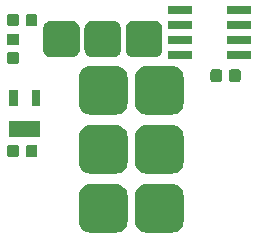
<source format=gbr>
G04 #@! TF.GenerationSoftware,KiCad,Pcbnew,5.1.4*
G04 #@! TF.CreationDate,2020-01-07T12:57:50-05:00*
G04 #@! TF.ProjectId,siot-node-current-clamp,73696f74-2d6e-46f6-9465-2d6375727265,rev?*
G04 #@! TF.SameCoordinates,Original*
G04 #@! TF.FileFunction,Soldermask,Top*
G04 #@! TF.FilePolarity,Negative*
%FSLAX46Y46*%
G04 Gerber Fmt 4.6, Leading zero omitted, Abs format (unit mm)*
G04 Created by KiCad (PCBNEW 5.1.4) date 2020-01-07 12:57:50*
%MOMM*%
%LPD*%
G04 APERTURE LIST*
%ADD10C,0.100000*%
G04 APERTURE END LIST*
D10*
G36*
X122005752Y-66673097D02*
G01*
X122186295Y-66727864D01*
X122352677Y-66816797D01*
X122498516Y-66936484D01*
X122618203Y-67082323D01*
X122707136Y-67248705D01*
X122761903Y-67429248D01*
X122781000Y-67623140D01*
X122781000Y-69786860D01*
X122761903Y-69980752D01*
X122707136Y-70161295D01*
X122618203Y-70327677D01*
X122498516Y-70473516D01*
X122352677Y-70593203D01*
X122186295Y-70682136D01*
X122005752Y-70736903D01*
X121811860Y-70756000D01*
X119648140Y-70756000D01*
X119454248Y-70736903D01*
X119273705Y-70682136D01*
X119107323Y-70593203D01*
X118961484Y-70473516D01*
X118841797Y-70327677D01*
X118752864Y-70161295D01*
X118698097Y-69980752D01*
X118679000Y-69786860D01*
X118679000Y-67623140D01*
X118698097Y-67429248D01*
X118752864Y-67248705D01*
X118841797Y-67082323D01*
X118961484Y-66936484D01*
X119107323Y-66816797D01*
X119273705Y-66727864D01*
X119454248Y-66673097D01*
X119648140Y-66654000D01*
X121811860Y-66654000D01*
X122005752Y-66673097D01*
X122005752Y-66673097D01*
G37*
G36*
X117255752Y-66673097D02*
G01*
X117436295Y-66727864D01*
X117602677Y-66816797D01*
X117748516Y-66936484D01*
X117868203Y-67082323D01*
X117957136Y-67248705D01*
X118011903Y-67429248D01*
X118031000Y-67623140D01*
X118031000Y-69786860D01*
X118011903Y-69980752D01*
X117957136Y-70161295D01*
X117868203Y-70327677D01*
X117748516Y-70473516D01*
X117602677Y-70593203D01*
X117436295Y-70682136D01*
X117255752Y-70736903D01*
X117061860Y-70756000D01*
X114898140Y-70756000D01*
X114704248Y-70736903D01*
X114523705Y-70682136D01*
X114357323Y-70593203D01*
X114211484Y-70473516D01*
X114091797Y-70327677D01*
X114002864Y-70161295D01*
X113948097Y-69980752D01*
X113929000Y-69786860D01*
X113929000Y-67623140D01*
X113948097Y-67429248D01*
X114002864Y-67248705D01*
X114091797Y-67082323D01*
X114211484Y-66936484D01*
X114357323Y-66816797D01*
X114523705Y-66727864D01*
X114704248Y-66673097D01*
X114898140Y-66654000D01*
X117061860Y-66654000D01*
X117255752Y-66673097D01*
X117255752Y-66673097D01*
G37*
G36*
X122005752Y-61673097D02*
G01*
X122186295Y-61727864D01*
X122352677Y-61816797D01*
X122498516Y-61936484D01*
X122618203Y-62082323D01*
X122707136Y-62248705D01*
X122761903Y-62429248D01*
X122781000Y-62623140D01*
X122781000Y-64786860D01*
X122761903Y-64980752D01*
X122707136Y-65161295D01*
X122618203Y-65327677D01*
X122498516Y-65473516D01*
X122352677Y-65593203D01*
X122186295Y-65682136D01*
X122005752Y-65736903D01*
X121811860Y-65756000D01*
X119648140Y-65756000D01*
X119454248Y-65736903D01*
X119273705Y-65682136D01*
X119107323Y-65593203D01*
X118961484Y-65473516D01*
X118841797Y-65327677D01*
X118752864Y-65161295D01*
X118698097Y-64980752D01*
X118679000Y-64786860D01*
X118679000Y-62623140D01*
X118698097Y-62429248D01*
X118752864Y-62248705D01*
X118841797Y-62082323D01*
X118961484Y-61936484D01*
X119107323Y-61816797D01*
X119273705Y-61727864D01*
X119454248Y-61673097D01*
X119648140Y-61654000D01*
X121811860Y-61654000D01*
X122005752Y-61673097D01*
X122005752Y-61673097D01*
G37*
G36*
X117255752Y-61673097D02*
G01*
X117436295Y-61727864D01*
X117602677Y-61816797D01*
X117748516Y-61936484D01*
X117868203Y-62082323D01*
X117957136Y-62248705D01*
X118011903Y-62429248D01*
X118031000Y-62623140D01*
X118031000Y-64786860D01*
X118011903Y-64980752D01*
X117957136Y-65161295D01*
X117868203Y-65327677D01*
X117748516Y-65473516D01*
X117602677Y-65593203D01*
X117436295Y-65682136D01*
X117255752Y-65736903D01*
X117061860Y-65756000D01*
X114898140Y-65756000D01*
X114704248Y-65736903D01*
X114523705Y-65682136D01*
X114357323Y-65593203D01*
X114211484Y-65473516D01*
X114091797Y-65327677D01*
X114002864Y-65161295D01*
X113948097Y-64980752D01*
X113929000Y-64786860D01*
X113929000Y-62623140D01*
X113948097Y-62429248D01*
X114002864Y-62248705D01*
X114091797Y-62082323D01*
X114211484Y-61936484D01*
X114357323Y-61816797D01*
X114523705Y-61727864D01*
X114704248Y-61673097D01*
X114898140Y-61654000D01*
X117061860Y-61654000D01*
X117255752Y-61673097D01*
X117255752Y-61673097D01*
G37*
G36*
X110259591Y-63333085D02*
G01*
X110293569Y-63343393D01*
X110324890Y-63360134D01*
X110352339Y-63382661D01*
X110374866Y-63410110D01*
X110391607Y-63441431D01*
X110401915Y-63475409D01*
X110406000Y-63516890D01*
X110406000Y-64193110D01*
X110401915Y-64234591D01*
X110391607Y-64268569D01*
X110374866Y-64299890D01*
X110352339Y-64327339D01*
X110324890Y-64349866D01*
X110293569Y-64366607D01*
X110259591Y-64376915D01*
X110218110Y-64381000D01*
X109616890Y-64381000D01*
X109575409Y-64376915D01*
X109541431Y-64366607D01*
X109510110Y-64349866D01*
X109482661Y-64327339D01*
X109460134Y-64299890D01*
X109443393Y-64268569D01*
X109433085Y-64234591D01*
X109429000Y-64193110D01*
X109429000Y-63516890D01*
X109433085Y-63475409D01*
X109443393Y-63441431D01*
X109460134Y-63410110D01*
X109482661Y-63382661D01*
X109510110Y-63360134D01*
X109541431Y-63343393D01*
X109575409Y-63333085D01*
X109616890Y-63329000D01*
X110218110Y-63329000D01*
X110259591Y-63333085D01*
X110259591Y-63333085D01*
G37*
G36*
X108684591Y-63333085D02*
G01*
X108718569Y-63343393D01*
X108749890Y-63360134D01*
X108777339Y-63382661D01*
X108799866Y-63410110D01*
X108816607Y-63441431D01*
X108826915Y-63475409D01*
X108831000Y-63516890D01*
X108831000Y-64193110D01*
X108826915Y-64234591D01*
X108816607Y-64268569D01*
X108799866Y-64299890D01*
X108777339Y-64327339D01*
X108749890Y-64349866D01*
X108718569Y-64366607D01*
X108684591Y-64376915D01*
X108643110Y-64381000D01*
X108041890Y-64381000D01*
X108000409Y-64376915D01*
X107966431Y-64366607D01*
X107935110Y-64349866D01*
X107907661Y-64327339D01*
X107885134Y-64299890D01*
X107868393Y-64268569D01*
X107858085Y-64234591D01*
X107854000Y-64193110D01*
X107854000Y-63516890D01*
X107858085Y-63475409D01*
X107868393Y-63441431D01*
X107885134Y-63410110D01*
X107907661Y-63382661D01*
X107935110Y-63360134D01*
X107966431Y-63343393D01*
X108000409Y-63333085D01*
X108041890Y-63329000D01*
X108643110Y-63329000D01*
X108684591Y-63333085D01*
X108684591Y-63333085D01*
G37*
G36*
X110656000Y-62626000D02*
G01*
X108004000Y-62626000D01*
X108004000Y-61304000D01*
X110656000Y-61304000D01*
X110656000Y-62626000D01*
X110656000Y-62626000D01*
G37*
G36*
X117255752Y-56673097D02*
G01*
X117436295Y-56727864D01*
X117602677Y-56816797D01*
X117748516Y-56936484D01*
X117868203Y-57082323D01*
X117957136Y-57248705D01*
X118011903Y-57429248D01*
X118031000Y-57623140D01*
X118031000Y-59786860D01*
X118011903Y-59980752D01*
X117957136Y-60161295D01*
X117868203Y-60327677D01*
X117748516Y-60473516D01*
X117602677Y-60593203D01*
X117436295Y-60682136D01*
X117255752Y-60736903D01*
X117061860Y-60756000D01*
X114898140Y-60756000D01*
X114704248Y-60736903D01*
X114523705Y-60682136D01*
X114357323Y-60593203D01*
X114211484Y-60473516D01*
X114091797Y-60327677D01*
X114002864Y-60161295D01*
X113948097Y-59980752D01*
X113929000Y-59786860D01*
X113929000Y-57623140D01*
X113948097Y-57429248D01*
X114002864Y-57248705D01*
X114091797Y-57082323D01*
X114211484Y-56936484D01*
X114357323Y-56816797D01*
X114523705Y-56727864D01*
X114704248Y-56673097D01*
X114898140Y-56654000D01*
X117061860Y-56654000D01*
X117255752Y-56673097D01*
X117255752Y-56673097D01*
G37*
G36*
X122005752Y-56673097D02*
G01*
X122186295Y-56727864D01*
X122352677Y-56816797D01*
X122498516Y-56936484D01*
X122618203Y-57082323D01*
X122707136Y-57248705D01*
X122761903Y-57429248D01*
X122781000Y-57623140D01*
X122781000Y-59786860D01*
X122761903Y-59980752D01*
X122707136Y-60161295D01*
X122618203Y-60327677D01*
X122498516Y-60473516D01*
X122352677Y-60593203D01*
X122186295Y-60682136D01*
X122005752Y-60736903D01*
X121811860Y-60756000D01*
X119648140Y-60756000D01*
X119454248Y-60736903D01*
X119273705Y-60682136D01*
X119107323Y-60593203D01*
X118961484Y-60473516D01*
X118841797Y-60327677D01*
X118752864Y-60161295D01*
X118698097Y-59980752D01*
X118679000Y-59786860D01*
X118679000Y-57623140D01*
X118698097Y-57429248D01*
X118752864Y-57248705D01*
X118841797Y-57082323D01*
X118961484Y-56936484D01*
X119107323Y-56816797D01*
X119273705Y-56727864D01*
X119454248Y-56673097D01*
X119648140Y-56654000D01*
X121811860Y-56654000D01*
X122005752Y-56673097D01*
X122005752Y-56673097D01*
G37*
G36*
X108756000Y-60006000D02*
G01*
X108004000Y-60006000D01*
X108004000Y-58684000D01*
X108756000Y-58684000D01*
X108756000Y-60006000D01*
X108756000Y-60006000D01*
G37*
G36*
X110656000Y-60006000D02*
G01*
X109904000Y-60006000D01*
X109904000Y-58684000D01*
X110656000Y-58684000D01*
X110656000Y-60006000D01*
X110656000Y-60006000D01*
G37*
G36*
X127459591Y-56933085D02*
G01*
X127493569Y-56943393D01*
X127524890Y-56960134D01*
X127552339Y-56982661D01*
X127574866Y-57010110D01*
X127591607Y-57041431D01*
X127601915Y-57075409D01*
X127606000Y-57116890D01*
X127606000Y-57793110D01*
X127601915Y-57834591D01*
X127591607Y-57868569D01*
X127574866Y-57899890D01*
X127552339Y-57927339D01*
X127524890Y-57949866D01*
X127493569Y-57966607D01*
X127459591Y-57976915D01*
X127418110Y-57981000D01*
X126816890Y-57981000D01*
X126775409Y-57976915D01*
X126741431Y-57966607D01*
X126710110Y-57949866D01*
X126682661Y-57927339D01*
X126660134Y-57899890D01*
X126643393Y-57868569D01*
X126633085Y-57834591D01*
X126629000Y-57793110D01*
X126629000Y-57116890D01*
X126633085Y-57075409D01*
X126643393Y-57041431D01*
X126660134Y-57010110D01*
X126682661Y-56982661D01*
X126710110Y-56960134D01*
X126741431Y-56943393D01*
X126775409Y-56933085D01*
X126816890Y-56929000D01*
X127418110Y-56929000D01*
X127459591Y-56933085D01*
X127459591Y-56933085D01*
G37*
G36*
X125884591Y-56933085D02*
G01*
X125918569Y-56943393D01*
X125949890Y-56960134D01*
X125977339Y-56982661D01*
X125999866Y-57010110D01*
X126016607Y-57041431D01*
X126026915Y-57075409D01*
X126031000Y-57116890D01*
X126031000Y-57793110D01*
X126026915Y-57834591D01*
X126016607Y-57868569D01*
X125999866Y-57899890D01*
X125977339Y-57927339D01*
X125949890Y-57949866D01*
X125918569Y-57966607D01*
X125884591Y-57976915D01*
X125843110Y-57981000D01*
X125241890Y-57981000D01*
X125200409Y-57976915D01*
X125166431Y-57966607D01*
X125135110Y-57949866D01*
X125107661Y-57927339D01*
X125085134Y-57899890D01*
X125068393Y-57868569D01*
X125058085Y-57834591D01*
X125054000Y-57793110D01*
X125054000Y-57116890D01*
X125058085Y-57075409D01*
X125068393Y-57041431D01*
X125085134Y-57010110D01*
X125107661Y-56982661D01*
X125135110Y-56960134D01*
X125166431Y-56943393D01*
X125200409Y-56933085D01*
X125241890Y-56929000D01*
X125843110Y-56929000D01*
X125884591Y-56933085D01*
X125884591Y-56933085D01*
G37*
G36*
X108709591Y-55470585D02*
G01*
X108743569Y-55480893D01*
X108774890Y-55497634D01*
X108802339Y-55520161D01*
X108824866Y-55547610D01*
X108841607Y-55578931D01*
X108851915Y-55612909D01*
X108856000Y-55654390D01*
X108856000Y-56255610D01*
X108851915Y-56297091D01*
X108841607Y-56331069D01*
X108824866Y-56362390D01*
X108802339Y-56389839D01*
X108774890Y-56412366D01*
X108743569Y-56429107D01*
X108709591Y-56439415D01*
X108668110Y-56443500D01*
X107991890Y-56443500D01*
X107950409Y-56439415D01*
X107916431Y-56429107D01*
X107885110Y-56412366D01*
X107857661Y-56389839D01*
X107835134Y-56362390D01*
X107818393Y-56331069D01*
X107808085Y-56297091D01*
X107804000Y-56255610D01*
X107804000Y-55654390D01*
X107808085Y-55612909D01*
X107818393Y-55578931D01*
X107835134Y-55547610D01*
X107857661Y-55520161D01*
X107885110Y-55497634D01*
X107916431Y-55480893D01*
X107950409Y-55470585D01*
X107991890Y-55466500D01*
X108668110Y-55466500D01*
X108709591Y-55470585D01*
X108709591Y-55470585D01*
G37*
G36*
X128389928Y-55361764D02*
G01*
X128411009Y-55368160D01*
X128430445Y-55378548D01*
X128447476Y-55392524D01*
X128461452Y-55409555D01*
X128471840Y-55428991D01*
X128478236Y-55450072D01*
X128481000Y-55478140D01*
X128481000Y-55941860D01*
X128478236Y-55969928D01*
X128471840Y-55991009D01*
X128461452Y-56010445D01*
X128447476Y-56027476D01*
X128430445Y-56041452D01*
X128411009Y-56051840D01*
X128389928Y-56058236D01*
X128361860Y-56061000D01*
X126548140Y-56061000D01*
X126520072Y-56058236D01*
X126498991Y-56051840D01*
X126479555Y-56041452D01*
X126462524Y-56027476D01*
X126448548Y-56010445D01*
X126438160Y-55991009D01*
X126431764Y-55969928D01*
X126429000Y-55941860D01*
X126429000Y-55478140D01*
X126431764Y-55450072D01*
X126438160Y-55428991D01*
X126448548Y-55409555D01*
X126462524Y-55392524D01*
X126479555Y-55378548D01*
X126498991Y-55368160D01*
X126520072Y-55361764D01*
X126548140Y-55359000D01*
X128361860Y-55359000D01*
X128389928Y-55361764D01*
X128389928Y-55361764D01*
G37*
G36*
X123439928Y-55361764D02*
G01*
X123461009Y-55368160D01*
X123480445Y-55378548D01*
X123497476Y-55392524D01*
X123511452Y-55409555D01*
X123521840Y-55428991D01*
X123528236Y-55450072D01*
X123531000Y-55478140D01*
X123531000Y-55941860D01*
X123528236Y-55969928D01*
X123521840Y-55991009D01*
X123511452Y-56010445D01*
X123497476Y-56027476D01*
X123480445Y-56041452D01*
X123461009Y-56051840D01*
X123439928Y-56058236D01*
X123411860Y-56061000D01*
X121598140Y-56061000D01*
X121570072Y-56058236D01*
X121548991Y-56051840D01*
X121529555Y-56041452D01*
X121512524Y-56027476D01*
X121498548Y-56010445D01*
X121488160Y-55991009D01*
X121481764Y-55969928D01*
X121479000Y-55941860D01*
X121479000Y-55478140D01*
X121481764Y-55450072D01*
X121488160Y-55428991D01*
X121498548Y-55409555D01*
X121512524Y-55392524D01*
X121529555Y-55378548D01*
X121548991Y-55368160D01*
X121570072Y-55361764D01*
X121598140Y-55359000D01*
X123411860Y-55359000D01*
X123439928Y-55361764D01*
X123439928Y-55361764D01*
G37*
G36*
X120406979Y-52818293D02*
G01*
X120540625Y-52858834D01*
X120663784Y-52924664D01*
X120771740Y-53013260D01*
X120860336Y-53121216D01*
X120926166Y-53244375D01*
X120966707Y-53378021D01*
X120981000Y-53523140D01*
X120981000Y-55186860D01*
X120966707Y-55331979D01*
X120926166Y-55465625D01*
X120860336Y-55588784D01*
X120771740Y-55696740D01*
X120663784Y-55785336D01*
X120540625Y-55851166D01*
X120406979Y-55891707D01*
X120261860Y-55906000D01*
X118598140Y-55906000D01*
X118453021Y-55891707D01*
X118319375Y-55851166D01*
X118196216Y-55785336D01*
X118088260Y-55696740D01*
X117999664Y-55588784D01*
X117933834Y-55465625D01*
X117893293Y-55331979D01*
X117879000Y-55186860D01*
X117879000Y-53523140D01*
X117893293Y-53378021D01*
X117933834Y-53244375D01*
X117999664Y-53121216D01*
X118088260Y-53013260D01*
X118196216Y-52924664D01*
X118319375Y-52858834D01*
X118453021Y-52818293D01*
X118598140Y-52804000D01*
X120261860Y-52804000D01*
X120406979Y-52818293D01*
X120406979Y-52818293D01*
G37*
G36*
X116906979Y-52818293D02*
G01*
X117040625Y-52858834D01*
X117163784Y-52924664D01*
X117271740Y-53013260D01*
X117360336Y-53121216D01*
X117426166Y-53244375D01*
X117466707Y-53378021D01*
X117481000Y-53523140D01*
X117481000Y-55186860D01*
X117466707Y-55331979D01*
X117426166Y-55465625D01*
X117360336Y-55588784D01*
X117271740Y-55696740D01*
X117163784Y-55785336D01*
X117040625Y-55851166D01*
X116906979Y-55891707D01*
X116761860Y-55906000D01*
X115098140Y-55906000D01*
X114953021Y-55891707D01*
X114819375Y-55851166D01*
X114696216Y-55785336D01*
X114588260Y-55696740D01*
X114499664Y-55588784D01*
X114433834Y-55465625D01*
X114393293Y-55331979D01*
X114379000Y-55186860D01*
X114379000Y-53523140D01*
X114393293Y-53378021D01*
X114433834Y-53244375D01*
X114499664Y-53121216D01*
X114588260Y-53013260D01*
X114696216Y-52924664D01*
X114819375Y-52858834D01*
X114953021Y-52818293D01*
X115098140Y-52804000D01*
X116761860Y-52804000D01*
X116906979Y-52818293D01*
X116906979Y-52818293D01*
G37*
G36*
X113406979Y-52818293D02*
G01*
X113540625Y-52858834D01*
X113663784Y-52924664D01*
X113771740Y-53013260D01*
X113860336Y-53121216D01*
X113926166Y-53244375D01*
X113966707Y-53378021D01*
X113981000Y-53523140D01*
X113981000Y-55186860D01*
X113966707Y-55331979D01*
X113926166Y-55465625D01*
X113860336Y-55588784D01*
X113771740Y-55696740D01*
X113663784Y-55785336D01*
X113540625Y-55851166D01*
X113406979Y-55891707D01*
X113261860Y-55906000D01*
X111598140Y-55906000D01*
X111453021Y-55891707D01*
X111319375Y-55851166D01*
X111196216Y-55785336D01*
X111088260Y-55696740D01*
X110999664Y-55588784D01*
X110933834Y-55465625D01*
X110893293Y-55331979D01*
X110879000Y-55186860D01*
X110879000Y-53523140D01*
X110893293Y-53378021D01*
X110933834Y-53244375D01*
X110999664Y-53121216D01*
X111088260Y-53013260D01*
X111196216Y-52924664D01*
X111319375Y-52858834D01*
X111453021Y-52818293D01*
X111598140Y-52804000D01*
X113261860Y-52804000D01*
X113406979Y-52818293D01*
X113406979Y-52818293D01*
G37*
G36*
X108709591Y-53895585D02*
G01*
X108743569Y-53905893D01*
X108774890Y-53922634D01*
X108802339Y-53945161D01*
X108824866Y-53972610D01*
X108841607Y-54003931D01*
X108851915Y-54037909D01*
X108856000Y-54079390D01*
X108856000Y-54680610D01*
X108851915Y-54722091D01*
X108841607Y-54756069D01*
X108824866Y-54787390D01*
X108802339Y-54814839D01*
X108774890Y-54837366D01*
X108743569Y-54854107D01*
X108709591Y-54864415D01*
X108668110Y-54868500D01*
X107991890Y-54868500D01*
X107950409Y-54864415D01*
X107916431Y-54854107D01*
X107885110Y-54837366D01*
X107857661Y-54814839D01*
X107835134Y-54787390D01*
X107818393Y-54756069D01*
X107808085Y-54722091D01*
X107804000Y-54680610D01*
X107804000Y-54079390D01*
X107808085Y-54037909D01*
X107818393Y-54003931D01*
X107835134Y-53972610D01*
X107857661Y-53945161D01*
X107885110Y-53922634D01*
X107916431Y-53905893D01*
X107950409Y-53895585D01*
X107991890Y-53891500D01*
X108668110Y-53891500D01*
X108709591Y-53895585D01*
X108709591Y-53895585D01*
G37*
G36*
X123439928Y-54091764D02*
G01*
X123461009Y-54098160D01*
X123480445Y-54108548D01*
X123497476Y-54122524D01*
X123511452Y-54139555D01*
X123521840Y-54158991D01*
X123528236Y-54180072D01*
X123531000Y-54208140D01*
X123531000Y-54671860D01*
X123528236Y-54699928D01*
X123521840Y-54721009D01*
X123511452Y-54740445D01*
X123497476Y-54757476D01*
X123480445Y-54771452D01*
X123461009Y-54781840D01*
X123439928Y-54788236D01*
X123411860Y-54791000D01*
X121598140Y-54791000D01*
X121570072Y-54788236D01*
X121548991Y-54781840D01*
X121529555Y-54771452D01*
X121512524Y-54757476D01*
X121498548Y-54740445D01*
X121488160Y-54721009D01*
X121481764Y-54699928D01*
X121479000Y-54671860D01*
X121479000Y-54208140D01*
X121481764Y-54180072D01*
X121488160Y-54158991D01*
X121498548Y-54139555D01*
X121512524Y-54122524D01*
X121529555Y-54108548D01*
X121548991Y-54098160D01*
X121570072Y-54091764D01*
X121598140Y-54089000D01*
X123411860Y-54089000D01*
X123439928Y-54091764D01*
X123439928Y-54091764D01*
G37*
G36*
X128389928Y-54091764D02*
G01*
X128411009Y-54098160D01*
X128430445Y-54108548D01*
X128447476Y-54122524D01*
X128461452Y-54139555D01*
X128471840Y-54158991D01*
X128478236Y-54180072D01*
X128481000Y-54208140D01*
X128481000Y-54671860D01*
X128478236Y-54699928D01*
X128471840Y-54721009D01*
X128461452Y-54740445D01*
X128447476Y-54757476D01*
X128430445Y-54771452D01*
X128411009Y-54781840D01*
X128389928Y-54788236D01*
X128361860Y-54791000D01*
X126548140Y-54791000D01*
X126520072Y-54788236D01*
X126498991Y-54781840D01*
X126479555Y-54771452D01*
X126462524Y-54757476D01*
X126448548Y-54740445D01*
X126438160Y-54721009D01*
X126431764Y-54699928D01*
X126429000Y-54671860D01*
X126429000Y-54208140D01*
X126431764Y-54180072D01*
X126438160Y-54158991D01*
X126448548Y-54139555D01*
X126462524Y-54122524D01*
X126479555Y-54108548D01*
X126498991Y-54098160D01*
X126520072Y-54091764D01*
X126548140Y-54089000D01*
X128361860Y-54089000D01*
X128389928Y-54091764D01*
X128389928Y-54091764D01*
G37*
G36*
X128389928Y-52821764D02*
G01*
X128411009Y-52828160D01*
X128430445Y-52838548D01*
X128447476Y-52852524D01*
X128461452Y-52869555D01*
X128471840Y-52888991D01*
X128478236Y-52910072D01*
X128481000Y-52938140D01*
X128481000Y-53401860D01*
X128478236Y-53429928D01*
X128471840Y-53451009D01*
X128461452Y-53470445D01*
X128447476Y-53487476D01*
X128430445Y-53501452D01*
X128411009Y-53511840D01*
X128389928Y-53518236D01*
X128361860Y-53521000D01*
X126548140Y-53521000D01*
X126520072Y-53518236D01*
X126498991Y-53511840D01*
X126479555Y-53501452D01*
X126462524Y-53487476D01*
X126448548Y-53470445D01*
X126438160Y-53451009D01*
X126431764Y-53429928D01*
X126429000Y-53401860D01*
X126429000Y-52938140D01*
X126431764Y-52910072D01*
X126438160Y-52888991D01*
X126448548Y-52869555D01*
X126462524Y-52852524D01*
X126479555Y-52838548D01*
X126498991Y-52828160D01*
X126520072Y-52821764D01*
X126548140Y-52819000D01*
X128361860Y-52819000D01*
X128389928Y-52821764D01*
X128389928Y-52821764D01*
G37*
G36*
X123439928Y-52821764D02*
G01*
X123461009Y-52828160D01*
X123480445Y-52838548D01*
X123497476Y-52852524D01*
X123511452Y-52869555D01*
X123521840Y-52888991D01*
X123528236Y-52910072D01*
X123531000Y-52938140D01*
X123531000Y-53401860D01*
X123528236Y-53429928D01*
X123521840Y-53451009D01*
X123511452Y-53470445D01*
X123497476Y-53487476D01*
X123480445Y-53501452D01*
X123461009Y-53511840D01*
X123439928Y-53518236D01*
X123411860Y-53521000D01*
X121598140Y-53521000D01*
X121570072Y-53518236D01*
X121548991Y-53511840D01*
X121529555Y-53501452D01*
X121512524Y-53487476D01*
X121498548Y-53470445D01*
X121488160Y-53451009D01*
X121481764Y-53429928D01*
X121479000Y-53401860D01*
X121479000Y-52938140D01*
X121481764Y-52910072D01*
X121488160Y-52888991D01*
X121498548Y-52869555D01*
X121512524Y-52852524D01*
X121529555Y-52838548D01*
X121548991Y-52828160D01*
X121570072Y-52821764D01*
X121598140Y-52819000D01*
X123411860Y-52819000D01*
X123439928Y-52821764D01*
X123439928Y-52821764D01*
G37*
G36*
X108672091Y-52233085D02*
G01*
X108706069Y-52243393D01*
X108737390Y-52260134D01*
X108764839Y-52282661D01*
X108787366Y-52310110D01*
X108804107Y-52341431D01*
X108814415Y-52375409D01*
X108818500Y-52416890D01*
X108818500Y-53093110D01*
X108814415Y-53134591D01*
X108804107Y-53168569D01*
X108787366Y-53199890D01*
X108764839Y-53227339D01*
X108737390Y-53249866D01*
X108706069Y-53266607D01*
X108672091Y-53276915D01*
X108630610Y-53281000D01*
X108029390Y-53281000D01*
X107987909Y-53276915D01*
X107953931Y-53266607D01*
X107922610Y-53249866D01*
X107895161Y-53227339D01*
X107872634Y-53199890D01*
X107855893Y-53168569D01*
X107845585Y-53134591D01*
X107841500Y-53093110D01*
X107841500Y-52416890D01*
X107845585Y-52375409D01*
X107855893Y-52341431D01*
X107872634Y-52310110D01*
X107895161Y-52282661D01*
X107922610Y-52260134D01*
X107953931Y-52243393D01*
X107987909Y-52233085D01*
X108029390Y-52229000D01*
X108630610Y-52229000D01*
X108672091Y-52233085D01*
X108672091Y-52233085D01*
G37*
G36*
X110247091Y-52233085D02*
G01*
X110281069Y-52243393D01*
X110312390Y-52260134D01*
X110339839Y-52282661D01*
X110362366Y-52310110D01*
X110379107Y-52341431D01*
X110389415Y-52375409D01*
X110393500Y-52416890D01*
X110393500Y-53093110D01*
X110389415Y-53134591D01*
X110379107Y-53168569D01*
X110362366Y-53199890D01*
X110339839Y-53227339D01*
X110312390Y-53249866D01*
X110281069Y-53266607D01*
X110247091Y-53276915D01*
X110205610Y-53281000D01*
X109604390Y-53281000D01*
X109562909Y-53276915D01*
X109528931Y-53266607D01*
X109497610Y-53249866D01*
X109470161Y-53227339D01*
X109447634Y-53199890D01*
X109430893Y-53168569D01*
X109420585Y-53134591D01*
X109416500Y-53093110D01*
X109416500Y-52416890D01*
X109420585Y-52375409D01*
X109430893Y-52341431D01*
X109447634Y-52310110D01*
X109470161Y-52282661D01*
X109497610Y-52260134D01*
X109528931Y-52243393D01*
X109562909Y-52233085D01*
X109604390Y-52229000D01*
X110205610Y-52229000D01*
X110247091Y-52233085D01*
X110247091Y-52233085D01*
G37*
G36*
X128389928Y-51551764D02*
G01*
X128411009Y-51558160D01*
X128430445Y-51568548D01*
X128447476Y-51582524D01*
X128461452Y-51599555D01*
X128471840Y-51618991D01*
X128478236Y-51640072D01*
X128481000Y-51668140D01*
X128481000Y-52131860D01*
X128478236Y-52159928D01*
X128471840Y-52181009D01*
X128461452Y-52200445D01*
X128447476Y-52217476D01*
X128430445Y-52231452D01*
X128411009Y-52241840D01*
X128389928Y-52248236D01*
X128361860Y-52251000D01*
X126548140Y-52251000D01*
X126520072Y-52248236D01*
X126498991Y-52241840D01*
X126479555Y-52231452D01*
X126462524Y-52217476D01*
X126448548Y-52200445D01*
X126438160Y-52181009D01*
X126431764Y-52159928D01*
X126429000Y-52131860D01*
X126429000Y-51668140D01*
X126431764Y-51640072D01*
X126438160Y-51618991D01*
X126448548Y-51599555D01*
X126462524Y-51582524D01*
X126479555Y-51568548D01*
X126498991Y-51558160D01*
X126520072Y-51551764D01*
X126548140Y-51549000D01*
X128361860Y-51549000D01*
X128389928Y-51551764D01*
X128389928Y-51551764D01*
G37*
G36*
X123439928Y-51551764D02*
G01*
X123461009Y-51558160D01*
X123480445Y-51568548D01*
X123497476Y-51582524D01*
X123511452Y-51599555D01*
X123521840Y-51618991D01*
X123528236Y-51640072D01*
X123531000Y-51668140D01*
X123531000Y-52131860D01*
X123528236Y-52159928D01*
X123521840Y-52181009D01*
X123511452Y-52200445D01*
X123497476Y-52217476D01*
X123480445Y-52231452D01*
X123461009Y-52241840D01*
X123439928Y-52248236D01*
X123411860Y-52251000D01*
X121598140Y-52251000D01*
X121570072Y-52248236D01*
X121548991Y-52241840D01*
X121529555Y-52231452D01*
X121512524Y-52217476D01*
X121498548Y-52200445D01*
X121488160Y-52181009D01*
X121481764Y-52159928D01*
X121479000Y-52131860D01*
X121479000Y-51668140D01*
X121481764Y-51640072D01*
X121488160Y-51618991D01*
X121498548Y-51599555D01*
X121512524Y-51582524D01*
X121529555Y-51568548D01*
X121548991Y-51558160D01*
X121570072Y-51551764D01*
X121598140Y-51549000D01*
X123411860Y-51549000D01*
X123439928Y-51551764D01*
X123439928Y-51551764D01*
G37*
M02*

</source>
